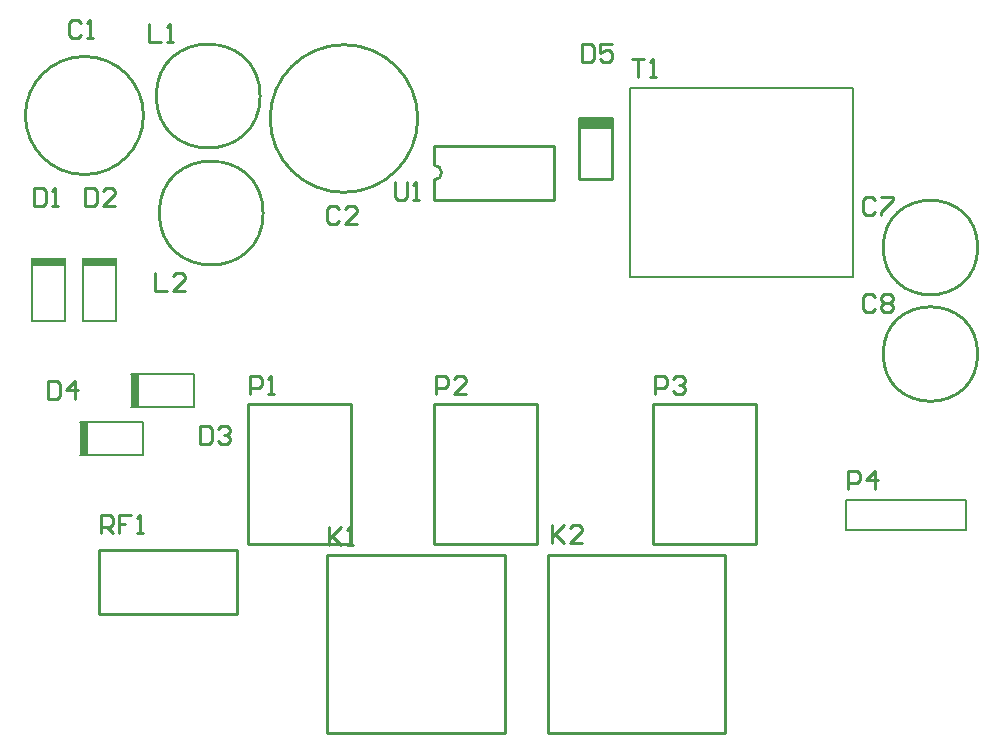
<source format=gto>
%FSLAX25Y25*%
%MOIN*%
G70*
G01*
G75*
%ADD10C,0.02500*%
%ADD11C,0.10236*%
%ADD12R,0.07874X0.07874*%
%ADD13C,0.07874*%
%ADD14C,0.08661*%
%ADD15C,0.07087*%
%ADD16C,0.04724*%
%ADD17C,0.20000*%
%ADD18C,0.05906*%
%ADD19R,0.05906X0.05906*%
%ADD20R,0.07874X0.07874*%
%ADD21R,0.05000X0.05000*%
%ADD22C,0.05000*%
%ADD23C,0.02500*%
%ADD24R,0.04921X0.07874*%
%ADD25R,0.02756X0.05118*%
%ADD26R,0.04331X0.02559*%
%ADD27R,0.03543X0.06299*%
%ADD28R,0.03543X0.02362*%
%ADD29R,0.02362X0.03543*%
%ADD30R,0.05118X0.02756*%
%ADD31R,0.11000X0.15000*%
%ADD32C,0.03000*%
%ADD33C,0.05000*%
%ADD34C,0.07500*%
%ADD35C,0.04000*%
%ADD36C,0.01000*%
%ADD37C,0.00787*%
%ADD38R,0.11110X0.03543*%
%ADD39R,0.03150X0.11024*%
%ADD40R,0.11024X0.03150*%
D36*
X4447748Y1902500D02*
G03*
X4447748Y1902500I-15748J0D01*
G01*
Y1867000D02*
G03*
X4447748Y1867000I-15748J0D01*
G01*
X4169685Y1946500D02*
G03*
X4169685Y1946500I-19685J0D01*
G01*
X4208567Y1953000D02*
G03*
X4208567Y1953000I-17323J0D01*
G01*
X4209567Y1914000D02*
G03*
X4209567Y1914000I-17323J0D01*
G01*
X4261106Y1945500D02*
G03*
X4261106Y1945500I-24606J0D01*
G01*
X4266500Y1925000D02*
G03*
X4266500Y1930000I0J2500D01*
G01*
X4238776Y1803732D02*
Y1850268D01*
X4204523D02*
X4238776D01*
X4204523Y1803732D02*
Y1850268D01*
Y1803732D02*
X4238776D01*
X4300776D02*
Y1850268D01*
X4266524D02*
X4300776D01*
X4266524Y1803732D02*
Y1850268D01*
Y1803732D02*
X4300776D01*
X4373775D02*
Y1850268D01*
X4339524D02*
X4373775D01*
X4339524Y1803732D02*
Y1850268D01*
Y1803732D02*
X4373775D01*
X4315000Y1925256D02*
X4326000D01*
Y1945630D01*
X4315000D02*
X4326000D01*
X4315000Y1925256D02*
Y1945630D01*
X4230972Y1740815D02*
X4290028D01*
Y1799969D01*
X4230972D02*
X4290028D01*
X4230972Y1740815D02*
Y1799969D01*
X4304472Y1740815D02*
Y1799969D01*
X4363528D01*
Y1740815D02*
Y1799969D01*
X4304472Y1740815D02*
X4363528D01*
X4201000Y1780264D02*
Y1801720D01*
X4155000D02*
X4201000D01*
X4155000Y1780264D02*
Y1801720D01*
Y1780264D02*
X4201000D01*
X4266500Y1918500D02*
Y1925000D01*
Y1930000D02*
Y1936500D01*
X4306500D01*
Y1918500D02*
Y1936500D01*
X4266500Y1918500D02*
X4306500D01*
X4205050Y1853750D02*
Y1859748D01*
X4208049D01*
X4209049Y1858748D01*
Y1856749D01*
X4208049Y1855749D01*
X4205050D01*
X4211048Y1853750D02*
X4213047D01*
X4212048D01*
Y1859748D01*
X4211048Y1858748D01*
X4267050Y1853750D02*
Y1859748D01*
X4270049D01*
X4271049Y1858748D01*
Y1856749D01*
X4270049Y1855749D01*
X4267050D01*
X4277047Y1853750D02*
X4273048D01*
X4277047Y1857749D01*
Y1858748D01*
X4276047Y1859748D01*
X4274048D01*
X4273048Y1858748D01*
X4340050Y1853750D02*
Y1859748D01*
X4343049D01*
X4344049Y1858748D01*
Y1856749D01*
X4343049Y1855749D01*
X4340050D01*
X4346048Y1858748D02*
X4347048Y1859748D01*
X4349047D01*
X4350047Y1858748D01*
Y1857749D01*
X4349047Y1856749D01*
X4348047D01*
X4349047D01*
X4350047Y1855749D01*
Y1854750D01*
X4349047Y1853750D01*
X4347048D01*
X4346048Y1854750D01*
X4316000Y1970498D02*
Y1964500D01*
X4318999D01*
X4319999Y1965500D01*
Y1969498D01*
X4318999Y1970498D01*
X4316000D01*
X4325997D02*
X4321998D01*
Y1967499D01*
X4323997Y1968499D01*
X4324997D01*
X4325997Y1967499D01*
Y1965500D01*
X4324997Y1964500D01*
X4322998D01*
X4321998Y1965500D01*
X4404500Y1821900D02*
Y1827898D01*
X4407499D01*
X4408499Y1826898D01*
Y1824899D01*
X4407499Y1823899D01*
X4404500D01*
X4413497Y1821900D02*
Y1827898D01*
X4410498Y1824899D01*
X4414497D01*
X4231500Y1809498D02*
Y1803500D01*
Y1805499D01*
X4235499Y1809498D01*
X4232500Y1806499D01*
X4235499Y1803500D01*
X4237498D02*
X4239497D01*
X4238498D01*
Y1809498D01*
X4237498Y1808498D01*
X4306000Y1809998D02*
Y1804000D01*
Y1805999D01*
X4309999Y1809998D01*
X4307000Y1806999D01*
X4309999Y1804000D01*
X4315997D02*
X4311998D01*
X4315997Y1807999D01*
Y1808998D01*
X4314997Y1809998D01*
X4312998D01*
X4311998Y1808998D01*
X4253500Y1924498D02*
Y1919500D01*
X4254500Y1918500D01*
X4256499D01*
X4257499Y1919500D01*
Y1924498D01*
X4259498Y1918500D02*
X4261497D01*
X4260498D01*
Y1924498D01*
X4259498Y1923498D01*
X4332500Y1965198D02*
X4336499D01*
X4334499D01*
Y1959200D01*
X4338498D02*
X4340498D01*
X4339498D01*
Y1965198D01*
X4338498Y1964198D01*
X4155500Y1807500D02*
Y1813498D01*
X4158499D01*
X4159499Y1812498D01*
Y1810499D01*
X4158499Y1809499D01*
X4155500D01*
X4157499D02*
X4159499Y1807500D01*
X4165497Y1813498D02*
X4161498D01*
Y1810499D01*
X4163498D01*
X4161498D01*
Y1807500D01*
X4167496D02*
X4169495D01*
X4168496D01*
Y1813498D01*
X4167496Y1812498D01*
X4173500Y1893998D02*
Y1888000D01*
X4177499D01*
X4183497D02*
X4179498D01*
X4183497Y1891999D01*
Y1892998D01*
X4182497Y1893998D01*
X4180498D01*
X4179498Y1892998D01*
X4171500Y1976998D02*
Y1971000D01*
X4175499D01*
X4177498D02*
X4179498D01*
X4178498D01*
Y1976998D01*
X4177498Y1975998D01*
X4138000Y1857998D02*
Y1852000D01*
X4140999D01*
X4141999Y1853000D01*
Y1856998D01*
X4140999Y1857998D01*
X4138000D01*
X4146997Y1852000D02*
Y1857998D01*
X4143998Y1854999D01*
X4147997D01*
X4188500Y1842998D02*
Y1837000D01*
X4191499D01*
X4192499Y1838000D01*
Y1841998D01*
X4191499Y1842998D01*
X4188500D01*
X4194498Y1841998D02*
X4195498Y1842998D01*
X4197497D01*
X4198497Y1841998D01*
Y1840999D01*
X4197497Y1839999D01*
X4196497D01*
X4197497D01*
X4198497Y1838999D01*
Y1838000D01*
X4197497Y1837000D01*
X4195498D01*
X4194498Y1838000D01*
X4150050Y1922448D02*
Y1916450D01*
X4153049D01*
X4154049Y1917450D01*
Y1921448D01*
X4153049Y1922448D01*
X4150050D01*
X4160047Y1916450D02*
X4156048D01*
X4160047Y1920449D01*
Y1921448D01*
X4159047Y1922448D01*
X4157048D01*
X4156048Y1921448D01*
X4133050Y1922448D02*
Y1916450D01*
X4136049D01*
X4137049Y1917450D01*
Y1921448D01*
X4136049Y1922448D01*
X4133050D01*
X4139048Y1916450D02*
X4141047D01*
X4140048D01*
Y1922448D01*
X4139048Y1921448D01*
X4413499Y1885998D02*
X4412499Y1886998D01*
X4410500D01*
X4409500Y1885998D01*
Y1882000D01*
X4410500Y1881000D01*
X4412499D01*
X4413499Y1882000D01*
X4415498Y1885998D02*
X4416498Y1886998D01*
X4418497D01*
X4419497Y1885998D01*
Y1884999D01*
X4418497Y1883999D01*
X4419497Y1882999D01*
Y1882000D01*
X4418497Y1881000D01*
X4416498D01*
X4415498Y1882000D01*
Y1882999D01*
X4416498Y1883999D01*
X4415498Y1884999D01*
Y1885998D01*
X4416498Y1883999D02*
X4418497D01*
X4413499Y1918498D02*
X4412499Y1919498D01*
X4410500D01*
X4409500Y1918498D01*
Y1914500D01*
X4410500Y1913500D01*
X4412499D01*
X4413499Y1914500D01*
X4415498Y1919498D02*
X4419497D01*
Y1918498D01*
X4415498Y1914500D01*
Y1913500D01*
X4234999Y1915498D02*
X4233999Y1916498D01*
X4232000D01*
X4231000Y1915498D01*
Y1911500D01*
X4232000Y1910500D01*
X4233999D01*
X4234999Y1911500D01*
X4240997Y1910500D02*
X4236998D01*
X4240997Y1914499D01*
Y1915498D01*
X4239997Y1916498D01*
X4237998D01*
X4236998Y1915498D01*
X4148999Y1977498D02*
X4147999Y1978498D01*
X4146000D01*
X4145000Y1977498D01*
Y1973500D01*
X4146000Y1972500D01*
X4147999D01*
X4148999Y1973500D01*
X4150998Y1972500D02*
X4152998D01*
X4151998D01*
Y1978498D01*
X4150998Y1977498D01*
D37*
X4443890Y1808500D02*
Y1818500D01*
X4403890Y1808500D02*
X4443890D01*
X4403890Y1818500D02*
X4443890D01*
X4403890Y1808500D02*
Y1818500D01*
X4169433Y1833488D02*
Y1844512D01*
X4148567Y1833488D02*
X4169433D01*
X4148567Y1844512D02*
X4169433D01*
X4186433Y1849488D02*
Y1860512D01*
X4165567Y1849488D02*
X4186433D01*
X4165567Y1860512D02*
X4186433D01*
X4331906Y1892807D02*
Y1955799D01*
Y1892807D02*
X4406216D01*
Y1955799D01*
X4331906D02*
X4406216D01*
X4149488Y1878067D02*
X4160512D01*
X4149488D02*
Y1898933D01*
X4160512Y1878067D02*
Y1898933D01*
X4132488Y1878067D02*
X4143512D01*
X4132488D02*
Y1898933D01*
X4143512Y1878067D02*
Y1898933D01*
D38*
X4320555Y1943563D02*
D03*
D39*
X4149747Y1839004D02*
D03*
X4166746Y1855005D02*
D03*
D40*
X4155015Y1897752D02*
D03*
X4138016D02*
D03*
M02*

</source>
